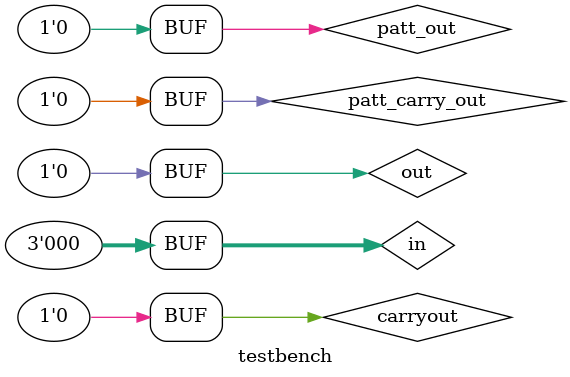
<source format=v>
module testbench;
    reg [2:0] in;

	wire patt_out = 0;
	wire patt_carry_out = 0;
	wire out = 0;
    wire carryout = 0;

    initial begin
        // $dumpfile("testbench.vcd");
        // $dumpvars(0, testbench);

        #5 in = 0;
        repeat (10000) begin
            #5 in = in + 1;
        end

        $display("OKAY");
    end

    top uut (
	.x(in[0]),
	.y(in[1]),
	.cin(in[2]),
	.A(out),
	.cout(carryout)
	);

    assign    patt_out =  in[1] + in[2];
    assign    patt_carry_out =  in[0] + patt_out;

	assert_comb out_test(.A(patt_out), .B(out));
	assert_comb carry_test(.A(patt_carry_out), .B(carryout));

endmodule

</source>
